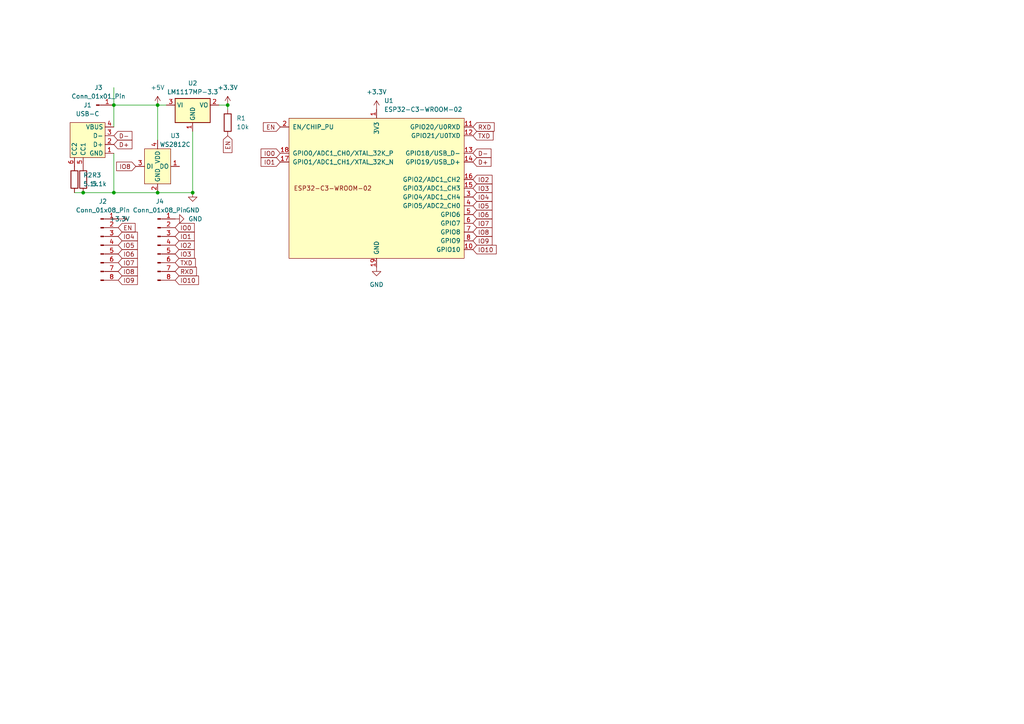
<source format=kicad_sch>
(kicad_sch (version 20230121) (generator eeschema)
  (paper "A4")
  (lib_symbols
    (symbol "Connector:Conn_01x01_Pin" (pin_names (offset 1.016) hide)
      (property "Reference" "J" (at 0 2.54 0))
      (property "Value" "Conn_01x01_Pin" (at 0 -2.54 0))
      (symbol "Conn_01x01_Pin_1_1"
        (polyline (pts (xy 1.27 0) (xy 0.8636 0)) (stroke (width 0.1524)))
        (rectangle (start 0.8636 0.127) (end 0 -0.127) (stroke (width 0.1524)) (fill (type outline)))
        (pin passive line (at 5.08 0 180) (length 3.81) (name "Pin_1") (number "1"))
      )
    )
    (symbol "Connector:Conn_01x08_Pin" (pin_names (offset 1.016) hide)
      (property "Reference" "J" (at 0 10.16 0))
      (property "Value" "Conn_01x08_Pin" (at 0 -12.7 0))
      (symbol "Conn_01x08_Pin_1_1"
        (polyline (pts (xy 1.27 -10.16) (xy 0.8636 -10.16)) (stroke (width 0.1524)))
        (polyline (pts (xy 1.27 -7.62) (xy 0.8636 -7.62)) (stroke (width 0.1524)))
        (polyline (pts (xy 1.27 -5.08) (xy 0.8636 -5.08)) (stroke (width 0.1524)))
        (polyline (pts (xy 1.27 -2.54) (xy 0.8636 -2.54)) (stroke (width 0.1524)))
        (polyline (pts (xy 1.27 0) (xy 0.8636 0)) (stroke (width 0.1524)))
        (polyline (pts (xy 1.27 2.54) (xy 0.8636 2.54)) (stroke (width 0.1524)))
        (polyline (pts (xy 1.27 5.08) (xy 0.8636 5.08)) (stroke (width 0.1524)))
        (polyline (pts (xy 1.27 7.62) (xy 0.8636 7.62)) (stroke (width 0.1524)))
        (rectangle (start 0.8636 -10.033) (end 0 -10.287) (stroke (width 0.1524)) (fill (type outline)))
        (rectangle (start 0.8636 -7.493) (end 0 -7.747) (stroke (width 0.1524)) (fill (type outline)))
        (rectangle (start 0.8636 -4.953) (end 0 -5.207) (stroke (width 0.1524)) (fill (type outline)))
        (rectangle (start 0.8636 -2.413) (end 0 -2.667) (stroke (width 0.1524)) (fill (type outline)))
        (rectangle (start 0.8636 0.127) (end 0 -0.127) (stroke (width 0.1524)) (fill (type outline)))
        (rectangle (start 0.8636 2.667) (end 0 2.413) (stroke (width 0.1524)) (fill (type outline)))
        (rectangle (start 0.8636 5.207) (end 0 4.953) (stroke (width 0.1524)) (fill (type outline)))
        (rectangle (start 0.8636 7.747) (end 0 7.493) (stroke (width 0.1524)) (fill (type outline)))
        (pin passive line (at 5.08 7.62 180) (length 3.81) (name "Pin_1") (number "1"))
        (pin passive line (at 5.08 5.08 180) (length 3.81) (name "Pin_2") (number "2"))
        (pin passive line (at 5.08 2.54 180) (length 3.81) (name "Pin_3") (number "3"))
        (pin passive line (at 5.08 0 180) (length 3.81) (name "Pin_4") (number "4"))
        (pin passive line (at 5.08 -2.54 180) (length 3.81) (name "Pin_5") (number "5"))
        (pin passive line (at 5.08 -5.08 180) (length 3.81) (name "Pin_6") (number "6"))
        (pin passive line (at 5.08 -7.62 180) (length 3.81) (name "Pin_7") (number "7"))
        (pin passive line (at 5.08 -10.16 180) (length 3.81) (name "Pin_8") (number "8"))
      )
    )
    (symbol "Device:R" (pin_numbers hide) (pin_names (offset 0))
      (property "Reference" "R" (at 2.032 0 90))
      (property "Value" "R" (at 0 0 90))
      (symbol "R_0_1"
        (rectangle (start -1.016 -2.54) (end 1.016 2.54) (stroke (width 0.254)))
      )
      (symbol "R_1_1"
        (pin passive line (at 0 3.81 270) (length 1.27) (name "~") (number "1"))
        (pin passive line (at 0 -3.81 90) (length 1.27) (name "~") (number "2"))
      )
    )
    (symbol "Library:USB-C"
      (property "Reference" "J2" (at 0 6.35 0))
      (property "Value" "USB-C" (at 7.62 0 0))
      (symbol "USB-C_1_1"
        (rectangle (start -5.08 5.08) (end 5.08 -5.08) (fill (type background)))
        (pin power_in line (at 7.62 -3.81 180) (length 2.54) (name "GND") (number "1"))
        (pin bidirectional line (at 7.62 -1.27 180) (length 2.54) (name "D+") (number "2"))
        (pin bidirectional line (at 7.62 1.27 180) (length 2.54) (name "D-") (number "3"))
        (pin power_in line (at 7.62 3.81 180) (length 2.54) (name "VBUS") (number "4"))
        (pin bidirectional line (at -1.27 -7.62 90) (length 2.54) (name "CC1") (number "5"))
        (pin bidirectional line (at -3.81 -7.62 90) (length 2.54) (name "CC2") (number "6"))
      )
    )
    (symbol "Library:WS2812C-2020"
      (property "Reference" "U" (at 5.08 8.89 0))
      (property "Value" "WS2812C" (at 5.08 6.35 0))
      (symbol "WS2812C-2020_1_1"
        (rectangle (start -3.81 5.08) (end 3.81 -5.08) (fill (type background)))
        (pin input line (at 6.35 0 180) (length 2.54) (name "DO") (number "1"))
        (pin power_in line (at 0 -7.62 90) (length 2.54) (name "GND") (number "2"))
        (pin input line (at -6.35 0 0) (length 2.54) (name "DI") (number "3"))
        (pin power_in line (at 0 7.62 270) (length 2.54) (name "VDD") (number "4"))
      )
    )
    (symbol "PCM_Espressif:ESP32-C3-WROOM-02" (pin_names (offset 1.016))
      (property "Reference" "U" (at -25.4 25.4 0))
      (property "Value" "ESP32-C3-WROOM-02" (at -25.4 22.86 0))
      (symbol "ESP32-C3-WROOM-02_0_0"
        (text "ESP32-C3-WROOM-02" (at -12.7 0 0) (effects (font (size 1.27 1.27))))
      )
      (symbol "ESP32-C3-WROOM-02_0_1"
        (rectangle (start 25.4 20.32) (end -25.4 -20.32) (fill (type background)))
      )
      (symbol "ESP32-C3-WROOM-02_1_1"
        (pin power_in line (at 0 22.86 270) (length 2.54) (name "3V3") (number "1"))
        (pin bidirectional line (at 27.94 -17.78 180) (length 2.54) (name "GPIO10") (number "10"))
        (pin bidirectional line (at 27.94 17.78 180) (length 2.54) (name "GPIO20/U0RXD") (number "11"))
        (pin bidirectional line (at 27.94 15.24 180) (length 2.54) (name "GPIO21/U0TXD") (number "12"))
        (pin bidirectional line (at 27.94 10.16 180) (length 2.54) (name "GPIO18/USB_D-") (number "13"))
        (pin bidirectional line (at 27.94 7.62 180) (length 2.54) (name "GPIO19/USB_D+") (number "14"))
        (pin bidirectional line (at 27.94 0 180) (length 2.54) (name "GPIO3/ADC1_CH3") (number "15"))
        (pin bidirectional line (at 27.94 2.54 180) (length 2.54) (name "GPIO2/ADC1_CH2") (number "16"))
        (pin bidirectional line (at -27.94 7.62 0) (length 2.54) (name "GPIO1/ADC1_CH1/XTAL_32K_N") (number "17"))
        (pin bidirectional line (at -27.94 10.16 0) (length 2.54) (name "GPIO0/ADC1_CH0/XTAL_32K_P") (number "18"))
        (pin power_in line (at 0 -22.86 90) (length 2.54) (name "GND") (number "19"))
        (pin input line (at -27.94 17.78 0) (length 2.54) (name "EN/CHIP_PU") (number "2"))
        (pin bidirectional line (at 27.94 -2.54 180) (length 2.54) (name "GPIO4/ADC1_CH4") (number "3"))
        (pin bidirectional line (at 27.94 -5.08 180) (length 2.54) (name "GPIO5/ADC2_CH0") (number "4"))
        (pin bidirectional line (at 27.94 -7.62 180) (length 2.54) (name "GPIO6") (number "5"))
        (pin bidirectional line (at 27.94 -10.16 180) (length 2.54) (name "GPIO7") (number "6"))
        (pin bidirectional line (at 27.94 -12.7 180) (length 2.54) (name "GPIO8") (number "7"))
        (pin bidirectional line (at 27.94 -15.24 180) (length 2.54) (name "GPIO9") (number "8"))
        (pin passive line (at 0 -22.86 90) (length 2.54) hide (name "GND") (number "9"))
      )
    )
    (symbol "Regulator_Linear:LM1117MP-3.3"
      (property "Reference" "U" (at -3.81 3.175 0))
      (property "Value" "LM1117MP-3.3" (at 0 3.175 0))
      (symbol "LM1117MP-3.3_0_1"
        (rectangle (start -5.08 -5.08) (end 5.08 1.905) (stroke (width 0.254)) (fill (type background)))
      )
      (symbol "LM1117MP-3.3_1_1"
        (pin power_in line (at 0 -7.62 90) (length 2.54) (name "GND") (number "1"))
        (pin power_out line (at 7.62 0 180) (length 2.54) (name "VO") (number "2"))
        (pin power_in line (at -7.62 0 0) (length 2.54) (name "VI") (number "3"))
      )
    )
    (symbol "power:+3.3V" (power) (pin_names (offset 0))
      (property "Value" "+3.3V" (at 0 3.556 0))
      (symbol "+3.3V_0_1"
        (polyline (pts (xy -0.762 1.27) (xy 0 2.54)))
        (polyline (pts (xy 0 0) (xy 0 2.54)))
        (polyline (pts (xy 0 2.54) (xy 0.762 1.27)))
      )
      (symbol "+3.3V_1_1"
        (pin power_in line (at 0 0 90) (length 0) hide (name "+3.3V") (number "1"))
      )
    )
    (symbol "power:+5V" (power) (pin_names (offset 0))
      (property "Value" "+5V" (at 0 3.556 0))
      (symbol "+5V_0_1"
        (polyline (pts (xy -0.762 1.27) (xy 0 2.54)))
        (polyline (pts (xy 0 0) (xy 0 2.54)))
        (polyline (pts (xy 0 2.54) (xy 0.762 1.27)))
      )
      (symbol "+5V_1_1"
        (pin power_in line (at 0 0 90) (length 0) hide (name "+5V") (number "1"))
      )
    )
    (symbol "power:GND" (power) (pin_names (offset 0))
      (property "Value" "GND" (at 0 -3.81 0))
      (symbol "GND_0_1"
        (polyline (pts (xy 0 0) (xy 0 -1.27) (xy 1.27 -1.27) (xy 0 -2.54) (xy -1.27 -1.27) (xy 0 -1.27)))
      )
      (symbol "GND_1_1"
        (pin power_in line (at 0 0 270) (length 0) hide (name "GND") (number "1"))
      )
    )
  )
  (junction (at 45.72 55.88))
  (junction (at 55.88 55.88))
  (junction (at 33.02 55.88))
  (junction (at 66.04 30.48))
  (junction (at 33.02 30.48))
  (junction (at 45.72 30.48))
  (junction (at 24.13 55.88))
  (wire (pts (xy 33.02 55.88) (xy 45.72 55.88)))
  (wire (pts (xy 21.59 55.88) (xy 24.13 55.88)))
  (wire (pts (xy 33.02 30.48) (xy 33.02 25.4)))
  (wire (pts (xy 33.02 30.48) (xy 33.02 36.83)))
  (wire (pts (xy 24.13 55.88) (xy 33.02 55.88)))
  (wire (pts (xy 63.5 30.48) (xy 66.04 30.48)))
  (wire (pts (xy 45.72 55.88) (xy 55.88 55.88)))
  (wire (pts (xy 33.02 44.45) (xy 33.02 55.88)))
  (wire (pts (xy 45.72 30.48) (xy 48.26 30.48)))
  (wire (pts (xy 55.88 38.1) (xy 55.88 55.88)))
  (wire (pts (xy 66.04 31.75) (xy 66.04 30.48)))
  (wire (pts (xy 45.72 40.64) (xy 45.72 30.48)))
  (wire (pts (xy 33.02 30.48) (xy 45.72 30.48)))
  (global_label "IO1" (shape input) (at 50.8 68.58 0) (property "Intersheetrefs" "${INTERSHEET_REFS}" (effects hide)))
  (global_label "TXD" (shape input) (at 137.16 39.37 0) (property "Intersheetrefs" "${INTERSHEET_REFS}" (effects hide)))
  (global_label "IO10" (shape input) (at 137.16 72.39 0) (property "Intersheetrefs" "${INTERSHEET_REFS}" (effects hide)))
  (global_label "IO10" (shape input) (at 50.8 81.28 0) (property "Intersheetrefs" "${INTERSHEET_REFS}" (effects hide)))
  (global_label "EN" (shape input) (at 66.04 39.37 270) (property "Intersheetrefs" "${INTERSHEET_REFS}" (effects hide)))
  (global_label "D-" (shape input) (at 137.16 44.45 0) (property "Intersheetrefs" "${INTERSHEET_REFS}" (effects hide)))
  (global_label "IO4" (shape input) (at 137.16 57.15 0) (property "Intersheetrefs" "${INTERSHEET_REFS}" (effects hide)))
  (global_label "IO2" (shape input) (at 137.16 52.07 0) (property "Intersheetrefs" "${INTERSHEET_REFS}" (effects hide)))
  (global_label "EN" (shape input) (at 34.29 66.04 0) (property "Intersheetrefs" "${INTERSHEET_REFS}" (effects hide)))
  (global_label "IO8" (shape input) (at 34.29 78.74 0) (property "Intersheetrefs" "${INTERSHEET_REFS}" (effects hide)))
  (global_label "D-" (shape input) (at 33.02 39.37 0) (property "Intersheetrefs" "${INTERSHEET_REFS}" (effects hide)))
  (global_label "EN" (shape input) (at 81.28 36.83 180) (property "Intersheetrefs" "${INTERSHEET_REFS}" (effects hide)))
  (global_label "IO7" (shape input) (at 34.29 76.2 0) (property "Intersheetrefs" "${INTERSHEET_REFS}" (effects hide)))
  (global_label "IO6" (shape input) (at 34.29 73.66 0) (property "Intersheetrefs" "${INTERSHEET_REFS}" (effects hide)))
  (global_label "IO0" (shape input) (at 81.28 44.45 180) (property "Intersheetrefs" "${INTERSHEET_REFS}" (effects hide)))
  (global_label "IO9" (shape input) (at 34.29 81.28 0) (property "Intersheetrefs" "${INTERSHEET_REFS}" (effects hide)))
  (global_label "IO5" (shape input) (at 34.29 71.12 0) (property "Intersheetrefs" "${INTERSHEET_REFS}" (effects hide)))
  (global_label "D+" (shape input) (at 137.16 46.99 0) (property "Intersheetrefs" "${INTERSHEET_REFS}" (effects hide)))
  (global_label "IO0" (shape input) (at 50.8 66.04 0) (property "Intersheetrefs" "${INTERSHEET_REFS}" (effects hide)))
  (global_label "IO9" (shape input) (at 137.16 69.85 0) (property "Intersheetrefs" "${INTERSHEET_REFS}" (effects hide)))
  (global_label "RXD" (shape input) (at 137.16 36.83 0) (property "Intersheetrefs" "${INTERSHEET_REFS}" (effects hide)))
  (global_label "IO5" (shape input) (at 137.16 59.69 0) (property "Intersheetrefs" "${INTERSHEET_REFS}" (effects hide)))
  (global_label "IO6" (shape input) (at 137.16 62.23 0) (property "Intersheetrefs" "${INTERSHEET_REFS}" (effects hide)))
  (global_label "IO2" (shape input) (at 50.8 71.12 0) (property "Intersheetrefs" "${INTERSHEET_REFS}" (effects hide)))
  (global_label "IO3" (shape input) (at 137.16 54.61 0) (property "Intersheetrefs" "${INTERSHEET_REFS}" (effects hide)))
  (global_label "IO1" (shape input) (at 81.28 46.99 180) (property "Intersheetrefs" "${INTERSHEET_REFS}" (effects hide)))
  (global_label "TXD" (shape input) (at 50.8 76.2 0) (property "Intersheetrefs" "${INTERSHEET_REFS}" (effects hide)))
  (global_label "IO8" (shape input) (at 137.16 67.31 0) (property "Intersheetrefs" "${INTERSHEET_REFS}" (effects hide)))
  (global_label "IO7" (shape input) (at 137.16 64.77 0) (property "Intersheetrefs" "${INTERSHEET_REFS}" (effects hide)))
  (global_label "IO8" (shape input) (at 39.37 48.26 180) (property "Intersheetrefs" "${INTERSHEET_REFS}" (effects hide)))
  (global_label "RXD" (shape input) (at 50.8 78.74 0) (property "Intersheetrefs" "${INTERSHEET_REFS}" (effects hide)))
  (global_label "IO4" (shape input) (at 34.29 68.58 0) (property "Intersheetrefs" "${INTERSHEET_REFS}" (effects hide)))
  (global_label "IO3" (shape input) (at 50.8 73.66 0) (property "Intersheetrefs" "${INTERSHEET_REFS}" (effects hide)))
  (global_label "D+" (shape input) (at 33.02 41.91 0) (property "Intersheetrefs" "${INTERSHEET_REFS}" (effects hide)))
  (symbol (lib_id "Device:R") (at 66.04 35.56 0) (unit 1)
    (property "Reference" "R1" (at 68.58 34.29 0) (effects (justify left)))
    (property "Value" "10k" (at 68.58 36.83 0) (effects (justify left)))
    (property "Footprint" "Resistor_SMD:R_0603_1608Metric" (effects hide))
  )
  (symbol (lib_id "power:GND") (at 109.22 77.47 0) (unit 1)
    (property "Reference" "#PWR06" (effects hide))
    (property "Value" "GND" (at 109.22 82.55 0))
  )
  (symbol (lib_id "Connector:Conn_01x01_Pin") (at 27.94 30.48 0) (unit 1)
    (property "Reference" "J3" (at 28.575 25.4 0))
    (property "Value" "Conn_01x01_Pin" (at 28.575 27.94 0))
    (property "Footprint" "Connector_PinHeader_2.54mm:PinHeader_1x01_P2.54mm_Vertical" (effects hide))
  )
  (symbol (lib_id "Library:USB-C") (at 25.4 40.64 0) (unit 1)
    (property "Reference" "J1" (at 25.4 30.48 0))
    (property "Value" "USB-C" (at 25.4 33.02 0))
    (property "Footprint" "Library:USB-C" (effects hide))
  )
  (symbol (lib_id "power:+3.3V") (at 66.04 30.48 0) (unit 1)
    (property "Reference" "#PWR02" (effects hide))
    (property "Value" "+3.3V" (at 66.04 25.4 0))
  )
  (symbol (lib_id "Library:WS2812C-2020") (at 45.72 48.26 0) (unit 1)
    (property "Reference" "U3" (at 50.8 39.37 0))
    (property "Value" "WS2812C" (at 50.8 41.91 0))
    (property "Footprint" "Library:WS2812C-2020" (effects hide))
  )
  (symbol (lib_id "Regulator_Linear:LM1117MP-3.3") (at 55.88 30.48 0) (unit 1)
    (property "Reference" "U2" (at 55.88 24.13 0))
    (property "Value" "LM1117MP-3.3" (at 55.88 26.67 0))
    (property "Footprint" "Package_TO_SOT_SMD:SOT-223-3_TabPin2" (effects hide))
    (property "Datasheet" "http://www.ti.com/lit/ds/symlink/lm1117.pdf" (effects hide))
  )
  (symbol (lib_id "power:+3.3V") (at 34.29 63.5 270) (unit 1)
    (property "Reference" "#PWR04" (effects hide))
    (property "Value" "+3.3V" (at 31.75 63.5 90) (effects (justify left)))
  )
  (symbol (lib_id "Device:R") (at 24.13 52.07 0) (unit 1)
    (property "Reference" "R3" (at 26.67 50.8 0) (effects (justify left)))
    (property "Value" "5.1k" (at 26.67 53.34 0) (effects (justify left)))
    (property "Footprint" "Resistor_SMD:R_0603_1608Metric" (effects hide))
  )
  (symbol (lib_id "Device:R") (at 21.59 52.07 0) (unit 1)
    (property "Reference" "R2" (at 24.13 50.8 0) (effects (justify left)))
    (property "Value" "5.1k" (at 24.13 53.34 0) (effects (justify left)))
    (property "Footprint" "Resistor_SMD:R_0603_1608Metric" (effects hide))
  )
  (symbol (lib_id "power:+3.3V") (at 109.22 31.75 0) (unit 1)
    (property "Reference" "#PWR07" (effects hide))
    (property "Value" "+3.3V" (at 109.22 26.67 0))
  )
  (symbol (lib_id "PCM_Espressif:ESP32-C3-WROOM-02") (at 109.22 54.61 0) (unit 1)
    (property "Reference" "U1" (at 111.4141 29.21 0) (effects (justify left)))
    (property "Value" "ESP32-C3-WROOM-02" (at 111.4141 31.75 0) (effects (justify left)))
    (property "Footprint" "PCM_Espressif:ESP32-C3-WROOM-02" (effects hide))
    (property "Datasheet" "https://www.espressif.com/sites/default/files/documentation/esp32-c3-wroom-02_datasheet_en.pdf" (effects hide))
  )
  (symbol (lib_id "power:GND") (at 55.88 55.88 0) (unit 1)
    (property "Reference" "#PWR03" (effects hide))
    (property "Value" "GND" (at 55.88 60.96 0))
  )
  (symbol (lib_id "power:GND") (at 50.8 63.5 90) (unit 1)
    (property "Reference" "#PWR05" (effects hide))
    (property "Value" "GND" (at 54.61 63.5 90) (effects (justify right)))
  )
  (symbol (lib_id "Connector:Conn_01x08_Pin") (at 29.21 71.12 0) (unit 1)
    (property "Reference" "J2" (at 29.845 58.42 0))
    (property "Value" "Conn_01x08_Pin" (at 29.845 60.96 0))
    (property "Footprint" "Connector_PinHeader_2.54mm:PinHeader_1x08_P2.54mm_Vertical" (effects hide))
  )
  (symbol (lib_id "power:+5V") (at 45.72 30.48 0) (unit 1)
    (property "Reference" "#PWR01" (effects hide))
    (property "Value" "+5V" (at 45.72 25.4 0))
  )
  (symbol (lib_id "Connector:Conn_01x08_Pin") (at 45.72 71.12 0) (unit 1)
    (property "Reference" "J4" (at 46.355 58.42 0))
    (property "Value" "Conn_01x08_Pin" (at 46.355 60.96 0))
    (property "Footprint" "Connector_PinHeader_2.54mm:PinHeader_1x08_P2.54mm_Vertical" (effects hide))
  )
)
</source>
